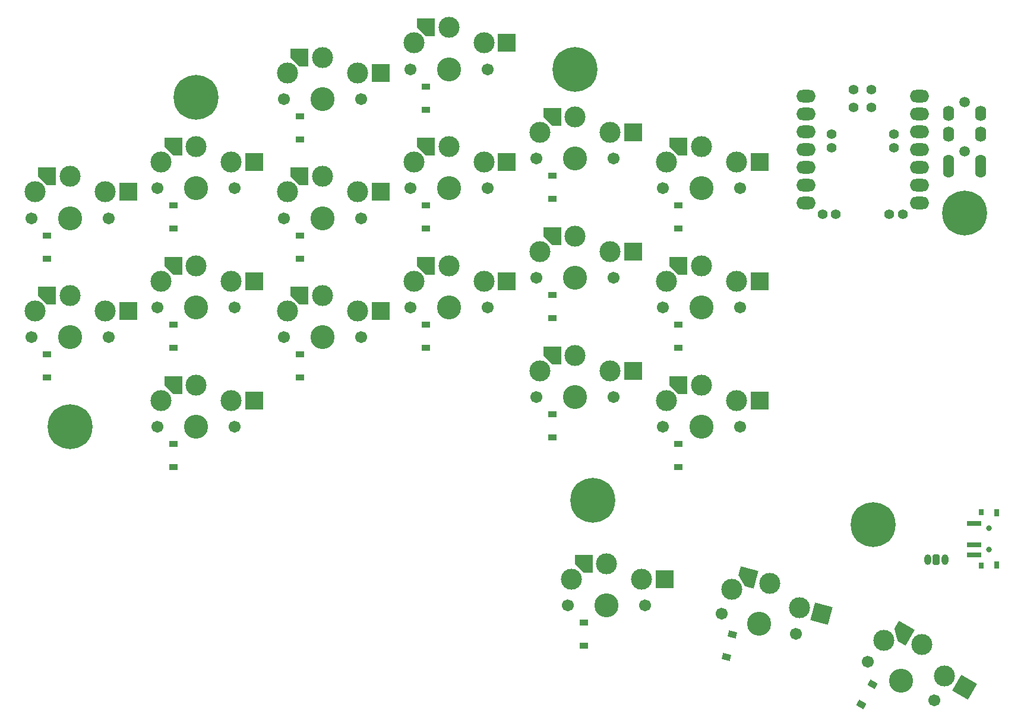
<source format=gbs>
G04 #@! TF.GenerationSoftware,KiCad,Pcbnew,(6.0.5-0)*
G04 #@! TF.CreationDate,2023-02-07T22:55:57+01:00*
G04 #@! TF.ProjectId,awokb,61776f6b-622e-46b6-9963-61645f706362,rev?*
G04 #@! TF.SameCoordinates,Original*
G04 #@! TF.FileFunction,Soldermask,Bot*
G04 #@! TF.FilePolarity,Negative*
%FSLAX46Y46*%
G04 Gerber Fmt 4.6, Leading zero omitted, Abs format (unit mm)*
G04 Created by KiCad (PCBNEW (6.0.5-0)) date 2023-02-07 22:55:57*
%MOMM*%
%LPD*%
G01*
G04 APERTURE LIST*
G04 Aperture macros list*
%AMRoundRect*
0 Rectangle with rounded corners*
0 $1 Rounding radius*
0 $2 $3 $4 $5 $6 $7 $8 $9 X,Y pos of 4 corners*
0 Add a 4 corners polygon primitive as box body*
4,1,4,$2,$3,$4,$5,$6,$7,$8,$9,$2,$3,0*
0 Add four circle primitives for the rounded corners*
1,1,$1+$1,$2,$3*
1,1,$1+$1,$4,$5*
1,1,$1+$1,$6,$7*
1,1,$1+$1,$8,$9*
0 Add four rect primitives between the rounded corners*
20,1,$1+$1,$2,$3,$4,$5,0*
20,1,$1+$1,$4,$5,$6,$7,0*
20,1,$1+$1,$6,$7,$8,$9,0*
20,1,$1+$1,$8,$9,$2,$3,0*%
%AMRotRect*
0 Rectangle, with rotation*
0 The origin of the aperture is its center*
0 $1 length*
0 $2 width*
0 $3 Rotation angle, in degrees counterclockwise*
0 Add horizontal line*
21,1,$1,$2,0,0,$3*%
%AMOutline5P*
0 Free polygon, 5 corners , with rotation*
0 The origin of the aperture is its center*
0 number of corners: always 5*
0 $1 to $10 corner X, Y*
0 $11 Rotation angle, in degrees counterclockwise*
0 create outline with 5 corners*
4,1,5,$1,$2,$3,$4,$5,$6,$7,$8,$9,$10,$1,$2,$11*%
%AMOutline6P*
0 Free polygon, 6 corners , with rotation*
0 The origin of the aperture is its center*
0 number of corners: always 6*
0 $1 to $12 corner X, Y*
0 $13 Rotation angle, in degrees counterclockwise*
0 create outline with 6 corners*
4,1,6,$1,$2,$3,$4,$5,$6,$7,$8,$9,$10,$11,$12,$1,$2,$13*%
%AMOutline7P*
0 Free polygon, 7 corners , with rotation*
0 The origin of the aperture is its center*
0 number of corners: always 7*
0 $1 to $14 corner X, Y*
0 $15 Rotation angle, in degrees counterclockwise*
0 create outline with 7 corners*
4,1,7,$1,$2,$3,$4,$5,$6,$7,$8,$9,$10,$11,$12,$13,$14,$1,$2,$15*%
%AMOutline8P*
0 Free polygon, 8 corners , with rotation*
0 The origin of the aperture is its center*
0 number of corners: always 8*
0 $1 to $16 corner X, Y*
0 $17 Rotation angle, in degrees counterclockwise*
0 create outline with 8 corners*
4,1,8,$1,$2,$3,$4,$5,$6,$7,$8,$9,$10,$11,$12,$13,$14,$15,$16,$1,$2,$17*%
G04 Aperture macros list end*
%ADD10C,3.000000*%
%ADD11C,3.429000*%
%ADD12C,1.701800*%
%ADD13RotRect,2.600000X2.600000X165.000000*%
%ADD14RotRect,0.900000X1.200000X75.000000*%
%ADD15Outline5P,-1.300000X1.300000X0.000000X1.300000X1.300000X0.000000X1.300000X-1.300000X-1.300000X-1.300000X165.000000*%
%ADD16R,2.600000X2.600000*%
%ADD17R,1.200000X0.900000*%
%ADD18Outline5P,-1.300000X1.300000X0.000000X1.300000X1.300000X0.000000X1.300000X-1.300000X-1.300000X-1.300000X180.000000*%
%ADD19C,1.500000*%
%ADD20O,1.600000X3.300000*%
%ADD21O,1.600000X2.200000*%
%ADD22C,0.800000*%
%ADD23C,6.400000*%
%ADD24RotRect,2.600000X2.600000X150.000000*%
%ADD25RotRect,0.900000X1.200000X60.000000*%
%ADD26Outline5P,-1.300000X1.300000X0.000000X1.300000X1.300000X0.000000X1.300000X-1.300000X-1.300000X-1.300000X150.000000*%
%ADD27R,2.000000X0.800000*%
%ADD28R,0.800000X1.000000*%
%ADD29R,0.800000X0.900000*%
%ADD30RoundRect,0.208333X0.291667X0.541667X-0.291667X0.541667X-0.291667X-0.541667X0.291667X-0.541667X0*%
%ADD31O,1.000000X1.500000*%
%ADD32O,2.750000X1.800000*%
%ADD33C,1.397000*%
G04 APERTURE END LIST*
D10*
X127334237Y-128202686D03*
X132733268Y-127371744D03*
X136993496Y-130790876D03*
D11*
X131193295Y-133119003D03*
D12*
X125880703Y-131695498D03*
X136505887Y-134542508D03*
D13*
X140156903Y-131638509D03*
D14*
X126565827Y-137831915D03*
D15*
X129569861Y-126524112D03*
D14*
X127419929Y-134644359D03*
D12*
X92500005Y-88000000D03*
D10*
X82000005Y-84250000D03*
D11*
X87000005Y-88000000D03*
D10*
X87000005Y-82050000D03*
D12*
X81500005Y-88000000D03*
D10*
X92000005Y-84250000D03*
D16*
X95275005Y-84250000D03*
D17*
X83750005Y-93750000D03*
X83750005Y-90450000D03*
D18*
X83725005Y-82050000D03*
D19*
X160505000Y-65692500D03*
X160505000Y-58692500D03*
X160505000Y-65692500D03*
X160505000Y-58692500D03*
D20*
X158205000Y-67832500D03*
X162805000Y-67832500D03*
D21*
X158205000Y-63292500D03*
X162805000Y-63292500D03*
X162805000Y-60292500D03*
X158205000Y-60292500D03*
D22*
X102600000Y-54000000D03*
D23*
X105000000Y-54000000D03*
D22*
X103302944Y-55697056D03*
X106697056Y-55697056D03*
X105000000Y-56400000D03*
X107400000Y-54000000D03*
X105000000Y-51600000D03*
X103302944Y-52302944D03*
X106697056Y-52302944D03*
D10*
X74000012Y-88499994D03*
X64000012Y-88499994D03*
D12*
X74500012Y-92249994D03*
D10*
X69000012Y-86299994D03*
D12*
X63500012Y-92249994D03*
D11*
X69000012Y-92249994D03*
D16*
X77275012Y-88499994D03*
D17*
X65750012Y-97999994D03*
D18*
X65725012Y-86299994D03*
D17*
X65750012Y-94699994D03*
D23*
X147500000Y-119000000D03*
D10*
X87000004Y-65049994D03*
D11*
X87000004Y-70999994D03*
D10*
X82000004Y-67249994D03*
X92000004Y-67249994D03*
D12*
X81500004Y-70999994D03*
X92500004Y-70999994D03*
D16*
X95275004Y-67249994D03*
D17*
X83750004Y-76749994D03*
D18*
X83725004Y-65049994D03*
D17*
X83750004Y-73449994D03*
D12*
X56500003Y-104999998D03*
D10*
X51000003Y-99049998D03*
X56000003Y-101249998D03*
D12*
X45500003Y-104999998D03*
D10*
X46000003Y-101249998D03*
D11*
X51000003Y-104999998D03*
D16*
X59275003Y-101249998D03*
D17*
X47750003Y-110749998D03*
X47750003Y-107449998D03*
D18*
X47725003Y-99049998D03*
D11*
X105000005Y-66749995D03*
D10*
X105000005Y-60799995D03*
X110000005Y-62999995D03*
X100000005Y-62999995D03*
D12*
X110500005Y-66749995D03*
X99500005Y-66749995D03*
D16*
X113275005Y-62999995D03*
D17*
X101750005Y-72499995D03*
X101750005Y-69199995D03*
D18*
X101725005Y-60799995D03*
D10*
X118000002Y-101249992D03*
X123000002Y-99049992D03*
D11*
X123000002Y-104999992D03*
D12*
X117500002Y-104999992D03*
X128500002Y-104999992D03*
D10*
X128000002Y-101249992D03*
D16*
X131275002Y-101249992D03*
D17*
X119750002Y-110749992D03*
X119750002Y-107449992D03*
D18*
X119725002Y-99049992D03*
D12*
X110500007Y-100750004D03*
D10*
X110000007Y-97000004D03*
D12*
X99500007Y-100750004D03*
D10*
X105000007Y-94800004D03*
X100000007Y-97000004D03*
D11*
X105000007Y-100750004D03*
D16*
X113275007Y-97000004D03*
D17*
X101750007Y-106500004D03*
D18*
X101725007Y-94800004D03*
D17*
X101750007Y-103200004D03*
D12*
X81499996Y-53999992D03*
D10*
X91999996Y-50249992D03*
X81999996Y-50249992D03*
D11*
X86999996Y-53999992D03*
D10*
X86999996Y-48049992D03*
D12*
X92499996Y-53999992D03*
D16*
X95274996Y-50249992D03*
D17*
X83749996Y-59749992D03*
X83749996Y-56449992D03*
D18*
X83724996Y-48049992D03*
D10*
X109500006Y-124549998D03*
X114500006Y-126749998D03*
D12*
X104000006Y-130499998D03*
D10*
X104500006Y-126749998D03*
D12*
X115000006Y-130499998D03*
D11*
X109500006Y-130499998D03*
D16*
X117775006Y-126749998D03*
D17*
X106250006Y-136249998D03*
X106250006Y-132949998D03*
D18*
X106225006Y-124549998D03*
D11*
X123000004Y-70999988D03*
D10*
X118000004Y-67249988D03*
D12*
X117500004Y-70999988D03*
D10*
X128000004Y-67249988D03*
D12*
X128500004Y-70999988D03*
D10*
X123000004Y-65049988D03*
D16*
X131275004Y-67249988D03*
D17*
X119750004Y-76749988D03*
X119750004Y-73449988D03*
D18*
X119725004Y-65049988D03*
D10*
X28000004Y-88499997D03*
X33000004Y-86299997D03*
D12*
X38500004Y-92249997D03*
D11*
X33000004Y-92249997D03*
D12*
X27500004Y-92249997D03*
D10*
X38000004Y-88499997D03*
D16*
X41275004Y-88499997D03*
D17*
X29750004Y-97999997D03*
D18*
X29725004Y-86299997D03*
D17*
X29750004Y-94699997D03*
D12*
X146706426Y-138513393D03*
D11*
X151469566Y-141263393D03*
D10*
X149014439Y-135515798D03*
X157674693Y-140515798D03*
X154444566Y-136110542D03*
D12*
X156232706Y-144013393D03*
D24*
X160510926Y-142153298D03*
D25*
X145779983Y-144618039D03*
D26*
X151608333Y-134473042D03*
D25*
X147429983Y-141760155D03*
D10*
X56000000Y-67250000D03*
D12*
X56500000Y-71000000D03*
X45500000Y-71000000D03*
D11*
X51000000Y-71000000D03*
D10*
X46000000Y-67250000D03*
X51000000Y-65050000D03*
D16*
X59275000Y-67250000D03*
D17*
X47750000Y-76750000D03*
D18*
X47725000Y-65050000D03*
D17*
X47750000Y-73450000D03*
D10*
X69000010Y-69299988D03*
X64000010Y-71499988D03*
D12*
X63500010Y-75249988D03*
X74500010Y-75249988D03*
D11*
X69000010Y-75249988D03*
D10*
X74000010Y-71499988D03*
D16*
X77275010Y-71499988D03*
D17*
X65750010Y-80999988D03*
X65750010Y-77699988D03*
D18*
X65725010Y-69299988D03*
D22*
X158802944Y-76197056D03*
X162197056Y-72802944D03*
X158100000Y-74500000D03*
D23*
X160500000Y-74500000D03*
D22*
X162900000Y-74500000D03*
X160500000Y-76900000D03*
X162197056Y-76197056D03*
X158802944Y-72802944D03*
X160500000Y-72100000D03*
D10*
X128000003Y-84249993D03*
D12*
X117500003Y-87999993D03*
D11*
X123000003Y-87999993D03*
D10*
X123000003Y-82049993D03*
D12*
X128500003Y-87999993D03*
D10*
X118000003Y-84249993D03*
D16*
X131275003Y-84249993D03*
D17*
X119750003Y-93749993D03*
X119750003Y-90449993D03*
D18*
X119725003Y-82049993D03*
D22*
X34697056Y-106697056D03*
X33000000Y-107400000D03*
D23*
X33000000Y-105000000D03*
D22*
X30600000Y-105000000D03*
X34697056Y-103302944D03*
X31302944Y-106697056D03*
X33000000Y-102600000D03*
X31302944Y-103302944D03*
X35400000Y-105000000D03*
D23*
X51000000Y-58000000D03*
D22*
X52697056Y-56302944D03*
X53400000Y-58000000D03*
X49302944Y-59697056D03*
X51000000Y-55600000D03*
X51000000Y-60400000D03*
X52697056Y-59697056D03*
X49302944Y-56302944D03*
X48600000Y-58000000D03*
X105100000Y-115500000D03*
X105802944Y-113802944D03*
X107500000Y-113100000D03*
X109197056Y-113802944D03*
X107500000Y-117900000D03*
D23*
X107500000Y-115500000D03*
D22*
X109900000Y-115500000D03*
X109197056Y-117197056D03*
X105802944Y-117197056D03*
D11*
X105000006Y-83750002D03*
D12*
X99500006Y-83750002D03*
D10*
X105000006Y-77800002D03*
D12*
X110500006Y-83750002D03*
D10*
X100000006Y-80000002D03*
X110000006Y-80000002D03*
D16*
X113275006Y-80000002D03*
D17*
X101750006Y-89500002D03*
X101750006Y-86200002D03*
D18*
X101725006Y-77800002D03*
D12*
X38500007Y-75249997D03*
D10*
X28000007Y-71499997D03*
D11*
X33000007Y-75249997D03*
D10*
X33000007Y-69299997D03*
X38000007Y-71499997D03*
D12*
X27500007Y-75249997D03*
D16*
X41275007Y-71499997D03*
D17*
X29750007Y-80999997D03*
D18*
X29725007Y-69299997D03*
D17*
X29750007Y-77699997D03*
D22*
X164000000Y-122500000D03*
X164000000Y-122500000D03*
X164000000Y-119500000D03*
X164000000Y-119500000D03*
D27*
X161900000Y-121823000D03*
D28*
X165125000Y-117250000D03*
D29*
X162875000Y-117200000D03*
X162875000Y-124800000D03*
D28*
X165125000Y-124750000D03*
D27*
X161900000Y-123323000D03*
X161900000Y-118823000D03*
D23*
X147500000Y-119000000D03*
D22*
X147500000Y-121400000D03*
X147500000Y-116600000D03*
X145802944Y-117302944D03*
X149197056Y-120697056D03*
X149900000Y-119000000D03*
X145100000Y-119000000D03*
X149197056Y-117302944D03*
X145802944Y-120697056D03*
D10*
X69000006Y-52299999D03*
D12*
X63500006Y-58249999D03*
D11*
X69000006Y-58249999D03*
D12*
X74500006Y-58249999D03*
D10*
X74000006Y-54499999D03*
X64000006Y-54499999D03*
D16*
X77275006Y-54499999D03*
D17*
X65750006Y-63999999D03*
X65750006Y-60699999D03*
D18*
X65725006Y-52299999D03*
D30*
X156500000Y-124000000D03*
D31*
X155250000Y-124000000D03*
X157750000Y-124000000D03*
D32*
X154094960Y-57880000D03*
X154094960Y-60420000D03*
X154094960Y-62960000D03*
X154094960Y-65500000D03*
X154094960Y-68040000D03*
X154094960Y-70580000D03*
X154094960Y-73120000D03*
X137905040Y-73120000D03*
X137905040Y-70580000D03*
X137905040Y-68040000D03*
X137905040Y-65500000D03*
X137905040Y-62960000D03*
X137905040Y-60420000D03*
X137905040Y-57880000D03*
D33*
X147270000Y-56928000D03*
X144730000Y-56928000D03*
X147270000Y-56928000D03*
X144730000Y-56928000D03*
X147270000Y-59468000D03*
X144730000Y-59468000D03*
X144730000Y-59468000D03*
X147270000Y-59468000D03*
X150445000Y-65183000D03*
X141555000Y-65183000D03*
X141555000Y-63278000D03*
X150445000Y-63278000D03*
X149810000Y-74708000D03*
X142190000Y-74708000D03*
X151715000Y-74708000D03*
X140285000Y-74708000D03*
D12*
X45500006Y-88000000D03*
D10*
X51000006Y-82050000D03*
X46000006Y-84250000D03*
X56000006Y-84250000D03*
D12*
X56500006Y-88000000D03*
D11*
X51000006Y-88000000D03*
D16*
X59275006Y-84250000D03*
D17*
X47750006Y-93750000D03*
D18*
X47725006Y-82050000D03*
D17*
X47750006Y-90450000D03*
M02*

</source>
